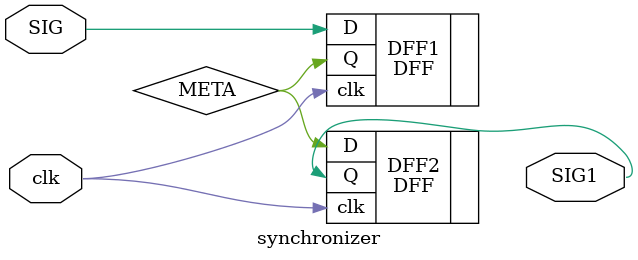
<source format=v>
`timescale 1ns / 1ps


module synchronizer(
input SIG,
input clk,
output SIG1
    );
reg META; 
DFF DFF1(.clk(clk), .D(SIG), .Q(META));
DFF DFF2(.clk(clk), .D(META), .Q(SIG1));
endmodule

</source>
